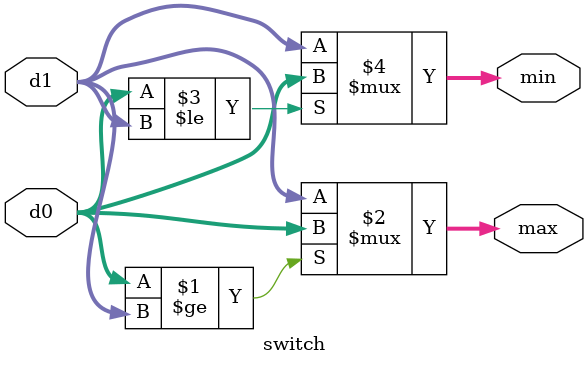
<source format=v>
module switch
(
	//被比较交换的数输入
	input			[7:0]	d0,//参与交互的第1个数
	input			[7:0]	d1,//参与交互的第2个数
	//输出交互后的数据
	output			[7:0]	max,//交互比较后的最大的数据
	output			[7:0]	min//交互比较后的最小的数据
);
	assign max = (d0 >= d1) ? d0 : d1;
	assign min = (d0 <= d1) ? d0 : d1;	
endmodule
</source>
